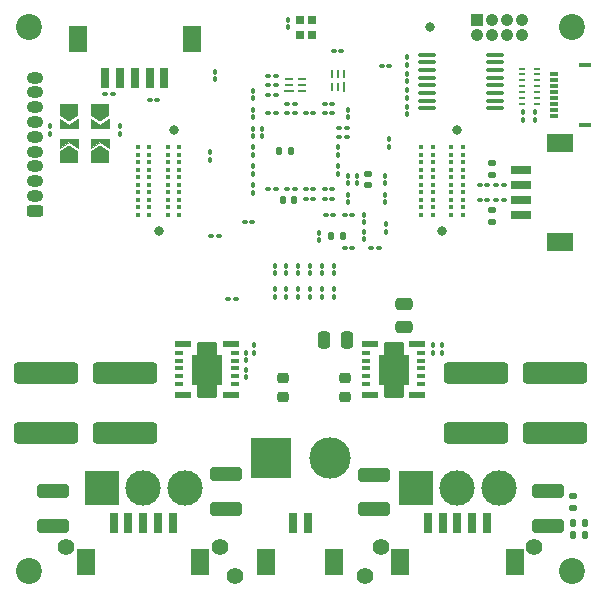
<source format=gbs>
%TF.GenerationSoftware,KiCad,Pcbnew,7.0.10-7.0.10~ubuntu22.04.1*%
%TF.CreationDate,2024-02-14T17:24:22+01:00*%
%TF.ProjectId,omodri_laas,6f6d6f64-7269-45f6-9c61-61732e6b6963,2.0*%
%TF.SameCoordinates,Original*%
%TF.FileFunction,Soldermask,Bot*%
%TF.FilePolarity,Negative*%
%FSLAX46Y46*%
G04 Gerber Fmt 4.6, Leading zero omitted, Abs format (unit mm)*
G04 Created by KiCad (PCBNEW 7.0.10-7.0.10~ubuntu22.04.1) date 2024-02-14 17:24:22*
%MOMM*%
%LPD*%
G01*
G04 APERTURE LIST*
G04 Aperture macros list*
%AMRoundRect*
0 Rectangle with rounded corners*
0 $1 Rounding radius*
0 $2 $3 $4 $5 $6 $7 $8 $9 X,Y pos of 4 corners*
0 Add a 4 corners polygon primitive as box body*
4,1,4,$2,$3,$4,$5,$6,$7,$8,$9,$2,$3,0*
0 Add four circle primitives for the rounded corners*
1,1,$1+$1,$2,$3*
1,1,$1+$1,$4,$5*
1,1,$1+$1,$6,$7*
1,1,$1+$1,$8,$9*
0 Add four rect primitives between the rounded corners*
20,1,$1+$1,$2,$3,$4,$5,0*
20,1,$1+$1,$4,$5,$6,$7,0*
20,1,$1+$1,$6,$7,$8,$9,0*
20,1,$1+$1,$8,$9,$2,$3,0*%
%AMFreePoly0*
4,1,29,0.792426,2.342426,0.810000,2.300000,0.810000,1.310000,1.250000,1.310000,1.292426,1.292426,1.310000,1.250000,1.310000,-1.250000,1.292426,-1.292426,1.250000,-1.310000,0.810000,-1.310000,0.810000,-2.300000,0.792426,-2.342426,0.750000,-2.360000,-0.750000,-2.360000,-0.792426,-2.342426,-0.810000,-2.300000,-0.810000,-1.310000,-1.250000,-1.310000,-1.292426,-1.292426,-1.310000,-1.250000,
-1.310000,1.250000,-1.292426,1.292426,-1.250000,1.310000,-0.810000,1.310000,-0.810000,2.300000,-0.792426,2.342426,-0.750000,2.360000,0.750000,2.360000,0.792426,2.342426,0.792426,2.342426,$1*%
%AMFreePoly1*
4,1,6,1.000000,0.000000,0.500000,-0.750000,-0.500000,-0.750000,-0.500000,0.750000,0.500000,0.750000,1.000000,0.000000,1.000000,0.000000,$1*%
G04 Aperture macros list end*
%ADD10C,0.100000*%
%ADD11C,2.200000*%
%ADD12C,1.400000*%
%ADD13R,3.000000X3.000000*%
%ADD14C,3.000000*%
%ADD15R,3.500000X3.500000*%
%ADD16C,3.500000*%
%ADD17C,0.800000*%
%ADD18R,1.050000X1.050000*%
%ADD19O,1.050000X1.050000*%
%ADD20RoundRect,0.250000X0.450000X-0.250000X0.450000X0.250000X-0.450000X0.250000X-0.450000X-0.250000X0*%
%ADD21O,1.400000X1.000000*%
%ADD22RoundRect,0.100000X0.100000X-0.130000X0.100000X0.130000X-0.100000X0.130000X-0.100000X-0.130000X0*%
%ADD23RoundRect,0.100000X-0.100000X0.130000X-0.100000X-0.130000X0.100000X-0.130000X0.100000X0.130000X0*%
%ADD24RoundRect,0.100000X-0.130000X-0.100000X0.130000X-0.100000X0.130000X0.100000X-0.130000X0.100000X0*%
%ADD25RoundRect,0.100000X0.130000X0.100000X-0.130000X0.100000X-0.130000X-0.100000X0.130000X-0.100000X0*%
%ADD26RoundRect,0.140000X0.170000X-0.140000X0.170000X0.140000X-0.170000X0.140000X-0.170000X-0.140000X0*%
%ADD27RoundRect,0.140000X0.140000X0.170000X-0.140000X0.170000X-0.140000X-0.170000X0.140000X-0.170000X0*%
%ADD28RoundRect,0.140000X-0.140000X-0.170000X0.140000X-0.170000X0.140000X0.170000X-0.140000X0.170000X0*%
%ADD29RoundRect,0.135000X-0.185000X0.135000X-0.185000X-0.135000X0.185000X-0.135000X0.185000X0.135000X0*%
%ADD30R,0.850000X0.280000*%
%ADD31R,0.750000X0.280000*%
%ADD32RoundRect,0.250000X2.450000X-0.650000X2.450000X0.650000X-2.450000X0.650000X-2.450000X-0.650000X0*%
%ADD33R,0.280000X0.850000*%
%ADD34R,0.280000X0.750000*%
%ADD35RoundRect,0.100000X-0.637500X-0.100000X0.637500X-0.100000X0.637500X0.100000X-0.637500X0.100000X0*%
%ADD36R,1.800000X0.700000*%
%ADD37R,2.200000X1.600000*%
%ADD38R,0.700000X1.800000*%
%ADD39R,1.600000X2.200000*%
%ADD40R,0.700000X0.300000*%
%ADD41R,1.000000X0.300000*%
%ADD42RoundRect,0.135000X-0.135000X-0.185000X0.135000X-0.185000X0.135000X0.185000X-0.135000X0.185000X0*%
%ADD43RoundRect,0.147500X-0.147500X-0.172500X0.147500X-0.172500X0.147500X0.172500X-0.147500X0.172500X0*%
%ADD44RoundRect,0.147500X0.172500X-0.147500X0.172500X0.147500X-0.172500X0.147500X-0.172500X-0.147500X0*%
%ADD45RoundRect,0.147500X-0.172500X0.147500X-0.172500X-0.147500X0.172500X-0.147500X0.172500X0.147500X0*%
%ADD46C,0.400000*%
%ADD47R,0.700000X0.800000*%
%ADD48RoundRect,0.250000X-1.100000X0.325000X-1.100000X-0.325000X1.100000X-0.325000X1.100000X0.325000X0*%
%ADD49R,0.499999X0.200000*%
%ADD50R,1.400000X0.500000*%
%ADD51R,0.700000X0.350000*%
%ADD52FreePoly0,0.000000*%
%ADD53RoundRect,0.250000X0.475000X-0.250000X0.475000X0.250000X-0.475000X0.250000X-0.475000X-0.250000X0*%
%ADD54RoundRect,0.225000X0.250000X-0.225000X0.250000X0.225000X-0.250000X0.225000X-0.250000X-0.225000X0*%
%ADD55FreePoly1,90.000000*%
%ADD56FreePoly1,270.000000*%
%ADD57RoundRect,0.250000X-0.250000X-0.475000X0.250000X-0.475000X0.250000X0.475000X-0.250000X0.475000X0*%
G04 APERTURE END LIST*
%TO.C,JP5*%
D10*
X108800000Y-62200000D02*
X108050000Y-61700000D01*
X107300000Y-62200000D01*
X107300000Y-61450000D01*
X108800000Y-61450000D01*
X108800000Y-62200000D01*
G36*
X108800000Y-62200000D02*
G01*
X108050000Y-61700000D01*
X107300000Y-62200000D01*
X107300000Y-61450000D01*
X108800000Y-61450000D01*
X108800000Y-62200000D01*
G37*
X108800000Y-60550000D02*
X107300000Y-60550000D01*
X107300000Y-59800000D01*
X108050000Y-60300000D01*
X108800000Y-59800000D01*
X108800000Y-60550000D01*
G36*
X108800000Y-60550000D02*
G01*
X107300000Y-60550000D01*
X107300000Y-59800000D01*
X108050000Y-60300000D01*
X108800000Y-59800000D01*
X108800000Y-60550000D01*
G37*
%TO.C,JP6*%
X106150000Y-62200000D02*
X105400000Y-61700000D01*
X104650000Y-62200000D01*
X104650000Y-61450000D01*
X106150000Y-61450000D01*
X106150000Y-62200000D01*
G36*
X106150000Y-62200000D02*
G01*
X105400000Y-61700000D01*
X104650000Y-62200000D01*
X104650000Y-61450000D01*
X106150000Y-61450000D01*
X106150000Y-62200000D01*
G37*
X106150000Y-60550000D02*
X104650000Y-60550000D01*
X104650000Y-59800000D01*
X105400000Y-60300000D01*
X106150000Y-59800000D01*
X106150000Y-60550000D01*
G36*
X106150000Y-60550000D02*
G01*
X104650000Y-60550000D01*
X104650000Y-59800000D01*
X105400000Y-60300000D01*
X106150000Y-59800000D01*
X106150000Y-60550000D01*
G37*
%TD*%
D11*
%TO.C,H3*%
X102000000Y-52000000D03*
%TD*%
%TO.C,H4*%
X148000000Y-98000000D03*
%TD*%
%TO.C,H1*%
X102000000Y-98000000D03*
%TD*%
D12*
%TO.C,J11*%
X144800000Y-95975000D03*
X131800000Y-95975000D03*
D13*
X134800000Y-90975000D03*
D14*
X138300000Y-90975000D03*
X141800000Y-90975000D03*
%TD*%
D11*
%TO.C,H2*%
X148000000Y-52000000D03*
%TD*%
D12*
%TO.C,J6*%
X130500000Y-98500000D03*
X119500000Y-98500000D03*
D15*
X122500000Y-88500000D03*
D16*
X127500000Y-88500000D03*
%TD*%
D12*
%TO.C,J10*%
X118200000Y-95975000D03*
X105200000Y-95975000D03*
D13*
X108200000Y-90975000D03*
D14*
X111700000Y-90975000D03*
X115200000Y-90975000D03*
%TD*%
D17*
%TO.C,SW1*%
X136000000Y-52000000D03*
%TD*%
D18*
%TO.C,J7*%
X140000000Y-51400000D03*
D19*
X140000000Y-52670000D03*
X141270000Y-51400000D03*
X141270000Y-52670000D03*
X142540000Y-51400000D03*
X142540000Y-52670000D03*
X143810000Y-51400000D03*
X143810000Y-52670000D03*
%TD*%
D20*
%TO.C,J12*%
X102550000Y-67525000D03*
D21*
X102550000Y-66275000D03*
X102550000Y-65025000D03*
X102550000Y-63775000D03*
X102550000Y-62525000D03*
X102550000Y-61275000D03*
X102550000Y-60025000D03*
X102550000Y-58775000D03*
X102550000Y-57525000D03*
X102550000Y-56275000D03*
%TD*%
D22*
%TO.C,C50*%
X129000000Y-65220000D03*
X129000000Y-64580000D03*
%TD*%
D23*
%TO.C,C47*%
X130400000Y-69300000D03*
X130400000Y-69940000D03*
%TD*%
D24*
%TO.C,C83*%
X127080000Y-66500000D03*
X127720000Y-66500000D03*
%TD*%
%TO.C,C94*%
X131880000Y-55300000D03*
X132520000Y-55300000D03*
%TD*%
D23*
%TO.C,C93*%
X132200000Y-64580000D03*
X132200000Y-65220000D03*
%TD*%
D22*
%TO.C,C92*%
X126600000Y-70020000D03*
X126600000Y-69380000D03*
%TD*%
D25*
%TO.C,C91*%
X118120000Y-69700000D03*
X117480000Y-69700000D03*
%TD*%
D23*
%TO.C,C89*%
X121000000Y-57380000D03*
X121000000Y-58020000D03*
%TD*%
D25*
%TO.C,C86*%
X127720000Y-59300000D03*
X127080000Y-59300000D03*
%TD*%
D23*
%TO.C,C81*%
X121000000Y-65380000D03*
X121000000Y-66020000D03*
%TD*%
D25*
%TO.C,C82*%
X122920000Y-65700000D03*
X122280000Y-65700000D03*
%TD*%
D22*
%TO.C,C80*%
X121000000Y-62820000D03*
X121000000Y-62180000D03*
%TD*%
D24*
%TO.C,C78*%
X122280000Y-59300000D03*
X122920000Y-59300000D03*
%TD*%
D22*
%TO.C,C76*%
X129000000Y-59620000D03*
X129000000Y-58980000D03*
%TD*%
%TO.C,C75*%
X128200000Y-62820000D03*
X128200000Y-62180000D03*
%TD*%
D23*
%TO.C,C73*%
X121000000Y-63780000D03*
X121000000Y-64420000D03*
%TD*%
D26*
%TO.C,C63*%
X130700000Y-65380000D03*
X130700000Y-64420000D03*
%TD*%
D25*
%TO.C,C2*%
X140820000Y-65375000D03*
X140180000Y-65375000D03*
%TD*%
%TO.C,C52*%
X128920000Y-61300000D03*
X128280000Y-61300000D03*
%TD*%
D24*
%TO.C,C61*%
X123880000Y-65700000D03*
X124520000Y-65700000D03*
%TD*%
D23*
%TO.C,C51*%
X129000000Y-66180000D03*
X129000000Y-66820000D03*
%TD*%
D27*
%TO.C,C70*%
X128600000Y-69700000D03*
X127640000Y-69700000D03*
%TD*%
D28*
%TO.C,C60*%
X123520000Y-66600000D03*
X124480000Y-66600000D03*
%TD*%
%TO.C,C66*%
X123240000Y-62500000D03*
X124200000Y-62500000D03*
%TD*%
D25*
%TO.C,C53*%
X128920000Y-60500000D03*
X128280000Y-60500000D03*
%TD*%
%TO.C,C54*%
X122920000Y-57700000D03*
X122280000Y-57700000D03*
%TD*%
D22*
%TO.C,C79*%
X121000000Y-59620000D03*
X121000000Y-58980000D03*
%TD*%
%TO.C,C72*%
X121000000Y-61220000D03*
X121000000Y-60580000D03*
%TD*%
D24*
%TO.C,R6*%
X141580000Y-65375000D03*
X142220000Y-65375000D03*
%TD*%
D23*
%TO.C,R16*%
X134000000Y-54530000D03*
X134000000Y-55170000D03*
%TD*%
D29*
%TO.C,R24*%
X148100000Y-91690000D03*
X148100000Y-92710000D03*
%TD*%
D30*
%TO.C,U8*%
X124075000Y-57400000D03*
D31*
X124025000Y-56900000D03*
X124025000Y-56400000D03*
X125175000Y-56400000D03*
X125175000Y-56900000D03*
X125175000Y-57400000D03*
%TD*%
D22*
%TO.C,C13*%
X134000000Y-56570000D03*
X134000000Y-55930000D03*
%TD*%
D32*
%TO.C,C15*%
X103500000Y-86350000D03*
X103500000Y-81250000D03*
%TD*%
%TO.C,C16*%
X110200000Y-86350000D03*
X110200000Y-81250000D03*
%TD*%
D25*
%TO.C,C1*%
X140820000Y-66625000D03*
X140180000Y-66625000D03*
%TD*%
D22*
%TO.C,R11*%
X123825000Y-74820000D03*
X123825000Y-74180000D03*
%TD*%
%TO.C,R9*%
X125825000Y-74820000D03*
X125825000Y-74180000D03*
%TD*%
%TO.C,R12*%
X122825000Y-74820000D03*
X122825000Y-74180000D03*
%TD*%
%TO.C,C10*%
X123825000Y-72820000D03*
X123825000Y-72180000D03*
%TD*%
%TO.C,C6*%
X125825000Y-72820000D03*
X125825000Y-72180000D03*
%TD*%
%TO.C,C11*%
X122825000Y-72820000D03*
X122825000Y-72180000D03*
%TD*%
%TO.C,R10*%
X124825000Y-74820000D03*
X124825000Y-74180000D03*
%TD*%
%TO.C,C5*%
X126825000Y-72820000D03*
X126825000Y-72180000D03*
%TD*%
%TO.C,C9*%
X124825000Y-72820000D03*
X124825000Y-72180000D03*
%TD*%
%TO.C,C4*%
X127825000Y-72820000D03*
X127825000Y-72180000D03*
%TD*%
%TO.C,C64*%
X129800000Y-65220000D03*
X129800000Y-64580000D03*
%TD*%
D25*
%TO.C,C21*%
X127720000Y-58500000D03*
X127080000Y-58500000D03*
%TD*%
D33*
%TO.C,U7*%
X128700000Y-57025000D03*
D34*
X128200000Y-57075000D03*
X127700000Y-57075000D03*
X127700000Y-55925000D03*
X128200000Y-55925000D03*
X128700000Y-55925000D03*
%TD*%
D32*
%TO.C,C17*%
X139900000Y-86350000D03*
X139900000Y-81250000D03*
%TD*%
D22*
%TO.C,C88*%
X117400000Y-63220000D03*
X117400000Y-62580000D03*
%TD*%
D25*
%TO.C,C87*%
X126120000Y-59300000D03*
X125480000Y-59300000D03*
%TD*%
D24*
%TO.C,C67*%
X123880000Y-59300000D03*
X124520000Y-59300000D03*
%TD*%
D25*
%TO.C,C22*%
X122920000Y-56100000D03*
X122280000Y-56100000D03*
%TD*%
D22*
%TO.C,R14*%
X134000000Y-59370000D03*
X134000000Y-58730000D03*
%TD*%
%TO.C,C34*%
X132300000Y-69300000D03*
X132300000Y-68660000D03*
%TD*%
D25*
%TO.C,C33*%
X127800000Y-67900000D03*
X127160000Y-67900000D03*
%TD*%
D24*
%TO.C,R67*%
X112250000Y-58200000D03*
X112890000Y-58200000D03*
%TD*%
D35*
%TO.C,U4*%
X135737500Y-58875000D03*
X135737500Y-58225000D03*
X135737500Y-57575000D03*
X135737500Y-56925000D03*
X135737500Y-56275000D03*
X135737500Y-55625000D03*
X135737500Y-54975000D03*
X135737500Y-54325000D03*
X141462500Y-54325000D03*
X141462500Y-54975000D03*
X141462500Y-55625000D03*
X141462500Y-56275000D03*
X141462500Y-56925000D03*
X141462500Y-57575000D03*
X141462500Y-58225000D03*
X141462500Y-58875000D03*
%TD*%
D23*
%TO.C,R15*%
X134000000Y-57330000D03*
X134000000Y-57970000D03*
%TD*%
D24*
%TO.C,R5*%
X141580000Y-66625000D03*
X142220000Y-66625000D03*
%TD*%
D36*
%TO.C,J1*%
X143700000Y-67875000D03*
X143700000Y-66625000D03*
X143700000Y-65375000D03*
X143700000Y-64125000D03*
D37*
X147000000Y-70225000D03*
X147000000Y-61775000D03*
%TD*%
D38*
%TO.C,J14*%
X113500000Y-56300000D03*
X112250000Y-56300000D03*
X111000000Y-56300000D03*
X109750000Y-56300000D03*
X108500000Y-56300000D03*
D39*
X115850000Y-53000000D03*
X106150000Y-53000000D03*
%TD*%
D38*
%TO.C,J2*%
X135800000Y-93950000D03*
X137050000Y-93950000D03*
X138300000Y-93950000D03*
X139550000Y-93950000D03*
X140800000Y-93950000D03*
D39*
X133450000Y-97250000D03*
X143150000Y-97250000D03*
%TD*%
D38*
%TO.C,J3*%
X109200000Y-93950000D03*
X110450000Y-93950000D03*
X111700000Y-93950000D03*
X112950000Y-93950000D03*
X114200000Y-93950000D03*
D39*
X106850000Y-97250000D03*
X116550000Y-97250000D03*
%TD*%
D40*
%TO.C,J4*%
X146500000Y-56000000D03*
X146500000Y-56500000D03*
X146500000Y-57000000D03*
X146500000Y-57500000D03*
X146500000Y-58000000D03*
X146500000Y-58500000D03*
X146500000Y-59000000D03*
X146500000Y-59500000D03*
D41*
X149150000Y-55210000D03*
X149150000Y-60290000D03*
%TD*%
D25*
%TO.C,C46*%
X129400000Y-67900000D03*
X128760000Y-67900000D03*
%TD*%
D22*
%TO.C,R7*%
X127825000Y-74820000D03*
X127825000Y-74180000D03*
%TD*%
D23*
%TO.C,C19*%
X130400000Y-67880000D03*
X130400000Y-68520000D03*
%TD*%
D22*
%TO.C,C71*%
X132200000Y-66820000D03*
X132200000Y-66180000D03*
%TD*%
D24*
%TO.C,R55*%
X125480000Y-65700000D03*
X126120000Y-65700000D03*
%TD*%
%TO.C,C48*%
X131000000Y-70700000D03*
X131640000Y-70700000D03*
%TD*%
D25*
%TO.C,C55*%
X122920000Y-56900000D03*
X122280000Y-56900000D03*
%TD*%
D42*
%TO.C,R25*%
X148100000Y-93950000D03*
X149120000Y-93950000D03*
%TD*%
D22*
%TO.C,R8*%
X126825000Y-74820000D03*
X126825000Y-74180000D03*
%TD*%
D23*
%TO.C,C20*%
X124000000Y-51350000D03*
X124000000Y-51990000D03*
%TD*%
D43*
%TO.C,D5*%
X148100000Y-94950000D03*
X149070000Y-94950000D03*
%TD*%
D44*
%TO.C,D7*%
X141200000Y-64485000D03*
X141200000Y-63515000D03*
%TD*%
D45*
%TO.C,D8*%
X141200000Y-67515000D03*
X141200000Y-68485000D03*
%TD*%
D22*
%TO.C,R56*%
X121800000Y-61220000D03*
X121800000Y-60580000D03*
%TD*%
D25*
%TO.C,C35*%
X129400000Y-70700000D03*
X128760000Y-70700000D03*
%TD*%
D17*
%TO.C,J9*%
X113000000Y-69260000D03*
X114270000Y-60740000D03*
D46*
X111250000Y-62142500D03*
X111250000Y-62777500D03*
X111250000Y-63412500D03*
X111250000Y-64047500D03*
X111250000Y-64682500D03*
X111250000Y-65317500D03*
X111250000Y-65952500D03*
X111250000Y-66587500D03*
X111250000Y-67222500D03*
X111250000Y-67857500D03*
X112210000Y-62142500D03*
X112210000Y-62777500D03*
X112210000Y-63412500D03*
X112210000Y-64047500D03*
X112210000Y-64682500D03*
X112210000Y-65317500D03*
X112210000Y-65952500D03*
X112210000Y-66587500D03*
X112210000Y-67222500D03*
X112210000Y-67857500D03*
X113790000Y-62142500D03*
X113790000Y-62777500D03*
X113790000Y-63412500D03*
X113790000Y-64047500D03*
X113790000Y-64682500D03*
X113790000Y-65317500D03*
X113790000Y-65952500D03*
X113790000Y-66587500D03*
X113790000Y-67222500D03*
X113790000Y-67857500D03*
X114750000Y-62142500D03*
X114750000Y-62777500D03*
X114750000Y-63412500D03*
X114750000Y-64047500D03*
X114750000Y-64682500D03*
X114750000Y-65317500D03*
X114750000Y-65952500D03*
X114750000Y-66587500D03*
X114750000Y-67222500D03*
X114750000Y-67857500D03*
%TD*%
D25*
%TO.C,R36*%
X120920000Y-68500000D03*
X120280000Y-68500000D03*
%TD*%
D23*
%TO.C,R28*%
X132500000Y-61480000D03*
X132500000Y-62120000D03*
%TD*%
D22*
%TO.C,C90*%
X117800000Y-56420000D03*
X117800000Y-55780000D03*
%TD*%
D47*
%TO.C,X1*%
X126000000Y-51350000D03*
X126000000Y-52650000D03*
X125000000Y-52650000D03*
X125000000Y-51350000D03*
%TD*%
D23*
%TO.C,C84*%
X128200000Y-63780000D03*
X128200000Y-64420000D03*
%TD*%
D24*
%TO.C,C85*%
X127080000Y-65700000D03*
X127720000Y-65700000D03*
%TD*%
D17*
%TO.C,J8*%
X137000000Y-69260000D03*
X138270000Y-60740000D03*
D46*
X135250000Y-62142500D03*
X135250000Y-62777500D03*
X135250000Y-63412500D03*
X135250000Y-64047500D03*
X135250000Y-64682500D03*
X135250000Y-65317500D03*
X135250000Y-65952500D03*
X135250000Y-66587500D03*
X135250000Y-67222500D03*
X135250000Y-67857500D03*
X136210000Y-62142500D03*
X136210000Y-62777500D03*
X136210000Y-63412500D03*
X136210000Y-64047500D03*
X136210000Y-64682500D03*
X136210000Y-65317500D03*
X136210000Y-65952500D03*
X136210000Y-66587500D03*
X136210000Y-67222500D03*
X136210000Y-67857500D03*
X137790000Y-62142500D03*
X137790000Y-62777500D03*
X137790000Y-63412500D03*
X137790000Y-64047500D03*
X137790000Y-64682500D03*
X137790000Y-65317500D03*
X137790000Y-65952500D03*
X137790000Y-66587500D03*
X137790000Y-67222500D03*
X137790000Y-67857500D03*
X138750000Y-62142500D03*
X138750000Y-62777500D03*
X138750000Y-63412500D03*
X138750000Y-64047500D03*
X138750000Y-64682500D03*
X138750000Y-65317500D03*
X138750000Y-65952500D03*
X138750000Y-66587500D03*
X138750000Y-67222500D03*
X138750000Y-67857500D03*
%TD*%
D24*
%TO.C,C74*%
X125480000Y-66500000D03*
X126120000Y-66500000D03*
%TD*%
%TO.C,C77*%
X123880000Y-58500000D03*
X124520000Y-58500000D03*
%TD*%
D48*
%TO.C,C95*%
X145950000Y-91275000D03*
X145950000Y-94225000D03*
%TD*%
D24*
%TO.C,R27*%
X127835000Y-54000000D03*
X128475000Y-54000000D03*
%TD*%
D49*
%TO.C,D1*%
X143775000Y-58500000D03*
X143775000Y-58000001D03*
X143775000Y-57499999D03*
X143775000Y-57000000D03*
X143775000Y-56499998D03*
X143775000Y-55999999D03*
X143775000Y-55500000D03*
X145025000Y-55500000D03*
X145025000Y-55999999D03*
X145025000Y-56499998D03*
X145025000Y-57000000D03*
X145025000Y-57499999D03*
X145025000Y-58000001D03*
X145025000Y-58500000D03*
%TD*%
D38*
%TO.C,J13*%
X124375000Y-93950000D03*
X125625000Y-93950000D03*
D39*
X122125000Y-97250000D03*
X127875000Y-97250000D03*
%TD*%
D23*
%TO.C,R13*%
X144900000Y-59200000D03*
X144900000Y-59840000D03*
%TD*%
D50*
%TO.C,U15*%
X130900000Y-83145000D03*
D51*
X130550000Y-82170000D03*
X130550000Y-81520000D03*
X130550000Y-80870000D03*
X130550000Y-80220000D03*
X130550000Y-79570000D03*
D50*
X130900000Y-78845000D03*
X134900000Y-78845000D03*
D51*
X135250000Y-79570000D03*
X135250000Y-80220000D03*
X135250000Y-80870000D03*
X135250000Y-81520000D03*
X135250000Y-82170000D03*
D50*
X134900000Y-83145000D03*
D52*
X132900000Y-81000000D03*
%TD*%
D48*
%TO.C,C96*%
X131275000Y-89875000D03*
X131275000Y-92825000D03*
%TD*%
D24*
%TO.C,R68*%
X108500000Y-57650000D03*
X109140000Y-57650000D03*
%TD*%
D22*
%TO.C,R59*%
X109700000Y-61000000D03*
X109700000Y-60360000D03*
%TD*%
%TO.C,R60*%
X103800000Y-61000000D03*
X103800000Y-60360000D03*
%TD*%
D23*
%TO.C,R57*%
X136200000Y-78930000D03*
X136200000Y-79570000D03*
%TD*%
D53*
%TO.C,C98*%
X133800000Y-77350000D03*
X133800000Y-75450000D03*
%TD*%
D32*
%TO.C,C18*%
X146600000Y-86350000D03*
X146600000Y-81250000D03*
%TD*%
D23*
%TO.C,R58*%
X137000000Y-78930000D03*
X137000000Y-79570000D03*
%TD*%
D24*
%TO.C,R61*%
X118885000Y-75000000D03*
X119525000Y-75000000D03*
%TD*%
D22*
%TO.C,R49*%
X120400000Y-81620000D03*
X120400000Y-80980000D03*
%TD*%
D48*
%TO.C,C57*%
X118725000Y-89850000D03*
X118725000Y-92800000D03*
%TD*%
D23*
%TO.C,R48*%
X121100000Y-78930000D03*
X121100000Y-79570000D03*
%TD*%
D54*
%TO.C,C97*%
X128750000Y-83275000D03*
X128750000Y-81725000D03*
%TD*%
D48*
%TO.C,C56*%
X104050000Y-91275000D03*
X104050000Y-94225000D03*
%TD*%
D50*
%TO.C,U11*%
X115100000Y-83145000D03*
D51*
X114750000Y-82170000D03*
X114750000Y-81520000D03*
X114750000Y-80870000D03*
X114750000Y-80220000D03*
X114750000Y-79570000D03*
D50*
X115100000Y-78845000D03*
X119100000Y-78845000D03*
D51*
X119450000Y-79570000D03*
X119450000Y-80220000D03*
X119450000Y-80870000D03*
X119450000Y-81520000D03*
X119450000Y-82170000D03*
D50*
X119100000Y-83145000D03*
D52*
X117100000Y-81000000D03*
%TD*%
D23*
%TO.C,C12*%
X143900000Y-59200000D03*
X143900000Y-59840000D03*
%TD*%
D54*
%TO.C,C58*%
X123500000Y-83275000D03*
X123500000Y-81725000D03*
%TD*%
D55*
%TO.C,JP5*%
X108050000Y-63000000D03*
D56*
X108050000Y-59000000D03*
%TD*%
D22*
%TO.C,R50*%
X120400000Y-80210000D03*
X120400000Y-79570000D03*
%TD*%
D55*
%TO.C,JP6*%
X105400000Y-63000000D03*
D56*
X105400000Y-59000000D03*
%TD*%
D57*
%TO.C,C59*%
X127050000Y-78500000D03*
X128950000Y-78500000D03*
%TD*%
M02*

</source>
